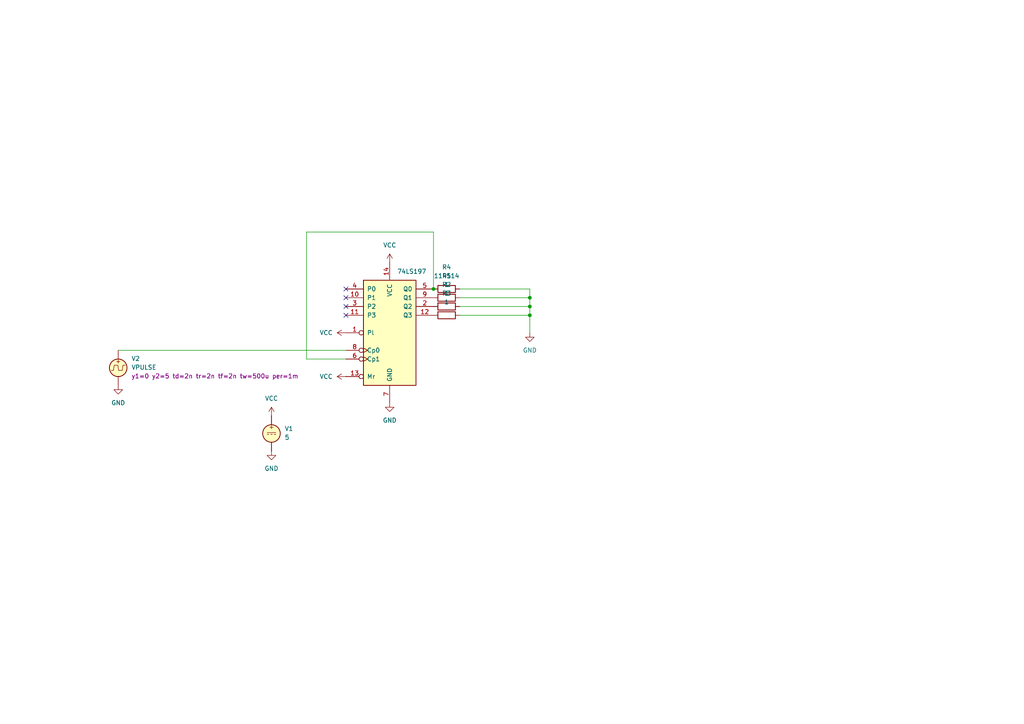
<source format=kicad_sch>
(kicad_sch (version 20250114) (generator "eeschema") (generator_version "9.0")
  (paper "A4")
  (lib_symbols
    (symbol "74xx:74LS197" (pin_names (offset 1.016))
      (property "Reference" "U" (at -7.62 16.51 0))
      (property "Value" "74LS197" (at -7.62 -16.51 0))
      (symbol "74LS197_1_0"
        (pin input line (at -12.7 12.7 0) (length 5.08) (name "P0") (number "4"))
        (pin input line (at -12.7 10.16 0) (length 5.08) (name "P1") (number "10"))
        (pin input line (at -12.7 7.62 0) (length 5.08) (name "P2") (number "3"))
        (pin input line (at -12.7 5.08 0) (length 5.08) (name "P3") (number "11"))
        (pin input inverted (at -12.7 0 0) (length 5.08) (name "Pl") (number "1"))
        (pin input inverted_clock (at -12.7 -5.08 0) (length 5.08) (name "Cp0") (number "8"))
        (pin input inverted_clock (at -12.7 -7.62 0) (length 5.08) (name "Cp1") (number "6"))
        (pin input inverted (at -12.7 -12.7 0) (length 5.08) (name "Mr") (number "13"))
        (pin power_in line (at 0 20.32 270) (length 5.08) (name "VCC") (number "14"))
        (pin power_in line (at 0 -20.32 90) (length 5.08) (name "GND") (number "7"))
        (pin output line (at 12.7 12.7 180) (length 5.08) (name "Q0") (number "5"))
        (pin output line (at 12.7 10.16 180) (length 5.08) (name "Q1") (number "9"))
        (pin output line (at 12.7 7.62 180) (length 5.08) (name "Q2") (number "2"))
        (pin output line (at 12.7 5.08 180) (length 5.08) (name "Q3") (number "12"))
      )
      (symbol "74LS197_1_1"
        (rectangle (start -7.62 15.24) (end 7.62 -15.24) (stroke (width 0.254)) (fill (type background)))
      )
    )
    (symbol "Device:R" (pin_numbers (hide yes)) (pin_names (offset 0))
      (property "Reference" "R" (at 2.032 0 90))
      (property "Value" "R" (at 0 0 90))
      (symbol "R_0_1"
        (rectangle (start -1.016 -2.54) (end 1.016 2.54) (stroke (width 0.254)))
      )
      (symbol "R_1_1"
        (pin passive line (at 0 3.81 270) (length 1.27) (name "~") (number "1"))
        (pin passive line (at 0 -3.81 90) (length 1.27) (name "~") (number "2"))
      )
    )
    (symbol "Simulation_SPICE:VDC" (pin_numbers (hide yes)) (pin_names (offset 0.0254))
      (property "Reference" "V" (at 2.54 2.54 0))
      (property "Value" "1" (at 2.54 0 0))
      (symbol "VDC_0_0"
        (polyline (pts (xy -1.27 0.254) (xy 1.27 0.254)))
        (polyline (pts (xy -0.762 -0.254) (xy -1.27 -0.254)))
        (polyline (pts (xy 0.254 -0.254) (xy -0.254 -0.254)))
        (polyline (pts (xy 1.27 -0.254) (xy 0.762 -0.254)))
        (text "+" (at 0 1.905 0) (effects (font (size 1.27 1.27))))
      )
      (symbol "VDC_0_1"
        (circle (center 0 0) (radius 2.54) (stroke (width 0.254)) (fill (type background)))
      )
      (symbol "VDC_1_1"
        (pin passive line (at 0 5.08 270) (length 2.54) (name "~") (number "1"))
        (pin passive line (at 0 -5.08 90) (length 2.54) (name "~") (number "2"))
      )
    )
    (symbol "Simulation_SPICE:VPULSE" (pin_numbers (hide yes)) (pin_names (offset 0.0254))
      (property "Reference" "V" (at 2.54 2.54 0))
      (property "Value" "VPULSE" (at 2.54 0 0))
      (property "Sim.Params" "y1=0 y2=1 td=2n tr=2n tf=2n tw=50n per=100n" (at 2.54 -2.54 0))
      (symbol "VPULSE_0_0"
        (polyline (pts (xy -2.032 -0.762) (xy -1.397 -0.762) (xy -1.143 0.762) (xy -0.127 0.762) (xy 0.127 -0.762) (xy 1.143 -0.762) (xy 1.397 0.762) (xy 2.032 0.762)))
        (text "+" (at 0 1.905 0) (effects (font (size 1.27 1.27))))
      )
      (symbol "VPULSE_0_1"
        (circle (center 0 0) (radius 2.54) (stroke (width 0.254)) (fill (type background)))
      )
      (symbol "VPULSE_1_1"
        (pin passive line (at 0 5.08 270) (length 2.54) (name "~") (number "1"))
        (pin passive line (at 0 -5.08 90) (length 2.54) (name "~") (number "2"))
      )
    )
    (symbol "power:GND" (power) (pin_numbers (hide yes)) (pin_names (offset 0) (hide yes))
      (property "Value" "GND" (at 0 -3.81 0))
      (symbol "GND_0_1"
        (polyline (pts (xy 0 0) (xy 0 -1.27) (xy 1.27 -1.27) (xy 0 -2.54) (xy -1.27 -1.27) (xy 0 -1.27)))
      )
      (symbol "GND_1_1"
        (pin power_in line (at 0 0 270) (length 0) (name "~") (number "1"))
      )
    )
    (symbol "power:VCC" (power) (pin_numbers (hide yes)) (pin_names (offset 0) (hide yes))
      (property "Value" "VCC" (at 0 3.556 0))
      (symbol "VCC_0_1"
        (polyline (pts (xy -0.762 1.27) (xy 0 2.54)))
        (polyline (pts (xy 0 2.54) (xy 0.762 1.27)))
        (polyline (pts (xy 0 0) (xy 0 2.54)))
      )
      (symbol "VCC_1_1"
        (pin power_in line (at 0 0 90) (length 0) (name "~") (number "1"))
      )
    )
  )
  (junction (at 153.67 86.36))
  (junction (at 153.67 91.44))
  (junction (at 153.67 88.9))
  (junction (at 125.73 83.82))
  (no_connect (at 100.33 83.82))
  (no_connect (at 100.33 88.9))
  (no_connect (at 100.33 86.36))
  (no_connect (at 100.33 91.44))
  (wire (pts (xy 125.73 67.31) (xy 88.9 67.31)))
  (wire (pts (xy 133.35 91.44) (xy 153.67 91.44)))
  (wire (pts (xy 133.35 88.9) (xy 153.67 88.9)))
  (wire (pts (xy 153.67 91.44) (xy 153.67 96.52)))
  (wire (pts (xy 133.35 86.36) (xy 153.67 86.36)))
  (wire (pts (xy 88.9 104.14) (xy 100.33 104.14)))
  (wire (pts (xy 153.67 86.36) (xy 153.67 88.9)))
  (wire (pts (xy 125.73 67.31) (xy 125.73 83.82)))
  (wire (pts (xy 153.67 88.9) (xy 153.67 91.44)))
  (wire (pts (xy 153.67 83.82) (xy 153.67 86.36)))
  (wire (pts (xy 34.29 101.6) (xy 100.33 101.6)))
  (wire (pts (xy 133.35 83.82) (xy 153.67 83.82)))
  (wire (pts (xy 88.9 67.31) (xy 88.9 104.14)))
  (symbol (lib_id "power:VCC") (at 113.03 76.2 0) (unit 1)
    (property "Reference" "#PWR01" (effects (hide yes)))
    (property "Value" "VCC" (at 113.03 71.12 0))
    (property "Description" "Power symbol creates a global label with name \"VCC\"" (effects (hide yes)))
  )
  (symbol (lib_id "Device:R") (at 129.54 83.82 90) (unit 1)
    (property "Reference" "R4" (at 129.54 77.47 90))
    (property "Value" "114514" (at 129.54 80.01 90))
    (property "Description" "Resistor" (effects (hide yes)))
  )
  (symbol (lib_id "Device:R") (at 129.54 88.9 90) (unit 1)
    (property "Reference" "R2" (at 129.54 82.55 90))
    (property "Value" "1" (at 129.54 85.09 90))
    (property "Description" "Resistor" (effects (hide yes)))
  )
  (symbol (lib_id "74xx:74LS197") (at 113.03 96.52 0) (unit 1)
    (property "Reference" "U3" (effects (hide yes)))
    (property "Value" "74LS197" (at 115.1733 78.74 0) (effects (justify left)))
    (property "Datasheet" "http://www.ti.com/lit/gpn/sn74LS197" (effects (hide yes)))
    (property "Description" "4 (3+1)-bit presettable binary counter" (effects (hide yes)))
    (property "Sim.Library" "../74LS197.lib" (effects (hide yes)))
    (property "Sim.Name" "74LS197" (effects (hide yes)))
    (property "Sim.Device" "SUBCKT" (effects (hide yes)))
    (property "Sim.Pins" "1=LOADBAR 2=QC 3=C 4=A 5=QA 6=CLK2 7=DGND 8=CLK1 9=QB 10=B 11=D 12=QD 13=CLRBAR 14=DPWR" (effects (hide yes)))
  )
  (symbol (lib_id "power:VCC") (at 100.33 109.22 90) (unit 1)
    (property "Reference" "#PWR06" (effects (hide yes)))
    (property "Value" "VCC" (at 96.52 109.2199 90) (effects (justify left)))
    (property "Description" "Power symbol creates a global label with name \"VCC\"" (effects (hide yes)))
  )
  (symbol (lib_id "power:GND") (at 153.67 96.52 0) (unit 1)
    (property "Reference" "#PWR08" (effects (hide yes)))
    (property "Value" "GND" (at 153.67 101.6 0))
    (property "Description" "Power symbol creates a global label with name \"GND\" , ground" (effects (hide yes)))
  )
  (symbol (lib_id "power:VCC") (at 78.74 120.65 0) (unit 1)
    (property "Reference" "#PWR03" (effects (hide yes)))
    (property "Value" "VCC" (at 78.74 115.57 0))
    (property "Description" "Power symbol creates a global label with name \"VCC\"" (effects (hide yes)))
  )
  (symbol (lib_id "Device:R") (at 129.54 86.36 90) (unit 1)
    (property "Reference" "R1" (at 129.54 80.01 90))
    (property "Value" "1" (at 129.54 82.55 90))
    (property "Description" "Resistor" (effects (hide yes)))
  )
  (symbol (lib_id "Simulation_SPICE:VPULSE") (at 34.29 106.68 0) (unit 1)
    (property "Reference" "V2" (at 38.1 104.0101 0) (effects (justify left)))
    (property "Value" "VPULSE" (at 38.1 106.5501 0) (effects (justify left)))
    (property "Datasheet" "https://ngspice.sourceforge.io/docs/ngspice-html-manual/manual.xhtml#sec_Independent_Sources_for" (effects (hide yes)))
    (property "Description" "Voltage source, pulse" (effects (hide yes)))
    (property "Sim.Pins" "1=+ 2=-" (effects (hide yes)))
    (property "Sim.Type" "PULSE" (effects (hide yes)))
    (property "Sim.Device" "V" (effects (hide yes)))
    (property "Sim.Params" "y1=0 y2=5 td=2n tr=2n tf=2n tw=500u per=1m" (at 38.1 109.0901 0) (effects (justify left)))
  )
  (symbol (lib_id "power:GND") (at 78.74 130.81 0) (unit 1)
    (property "Reference" "#PWR04" (effects (hide yes)))
    (property "Value" "GND" (at 78.74 135.89 0))
    (property "Description" "Power symbol creates a global label with name \"GND\" , ground" (effects (hide yes)))
  )
  (symbol (lib_id "power:GND") (at 34.29 111.76 0) (unit 1)
    (property "Reference" "#PWR07" (effects (hide yes)))
    (property "Value" "GND" (at 34.29 116.84 0))
    (property "Description" "Power symbol creates a global label with name \"GND\" , ground" (effects (hide yes)))
  )
  (symbol (lib_id "power:GND") (at 113.03 116.84 0) (unit 1)
    (property "Reference" "#PWR02" (effects (hide yes)))
    (property "Value" "GND" (at 113.03 121.92 0))
    (property "Description" "Power symbol creates a global label with name \"GND\" , ground" (effects (hide yes)))
  )
  (symbol (lib_id "power:VCC") (at 100.33 96.52 90) (unit 1)
    (property "Reference" "#PWR05" (effects (hide yes)))
    (property "Value" "VCC" (at 96.52 96.5199 90) (effects (justify left)))
    (property "Description" "Power symbol creates a global label with name \"VCC\"" (effects (hide yes)))
  )
  (symbol (lib_id "Simulation_SPICE:VDC") (at 78.74 125.73 0) (unit 1)
    (property "Reference" "V1" (at 82.55 124.3301 0) (effects (justify left)))
    (property "Value" "5" (at 82.55 126.8701 0) (effects (justify left)))
    (property "Datasheet" "https://ngspice.sourceforge.io/docs/ngspice-html-manual/manual.xhtml#sec_Independent_Sources_for" (effects (hide yes)))
    (property "Description" "Voltage source, DC" (effects (hide yes)))
    (property "Sim.Pins" "1=+ 2=-" (effects (hide yes)))
    (property "Sim.Type" "DC" (effects (hide yes)))
    (property "Sim.Device" "V" (effects (hide yes)))
  )
  (symbol (lib_id "Device:R") (at 129.54 91.44 90) (unit 1)
    (property "Reference" "R3" (at 129.54 85.09 90))
    (property "Value" "1" (at 129.54 87.63 90))
    (property "Description" "Resistor" (effects (hide yes)))
  )
)
</source>
